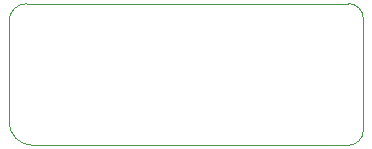
<source format=gbr>
%TF.GenerationSoftware,Altium Limited,Altium Designer,23.8.1 (32)*%
G04 Layer_Color=0*
%FSLAX45Y45*%
%MOMM*%
%TF.SameCoordinates,393DA38D-9EAD-4A4F-8124-397B525DC7AF*%
%TF.FilePolarity,Positive*%
%TF.FileFunction,Profile,NP*%
%TF.Part,Single*%
G01*
G75*
%TA.AperFunction,Profile*%
%ADD20C,0.02540*%
D20*
X-3000000Y200000D02*
Y1050000D01*
D02*
G02*
X-2850000Y1200000I150000J0D01*
G01*
X-127000D01*
D02*
G02*
X0Y1073000I0J-127000D01*
G01*
Y127000D01*
D02*
G02*
X-127000Y0I-127000J0D01*
G01*
X-2800000D01*
D02*
G02*
X-3000000Y200000I0J200000D01*
G01*
%TF.MD5,d9f72070bc19dd18d18841175f910184*%
M02*

</source>
